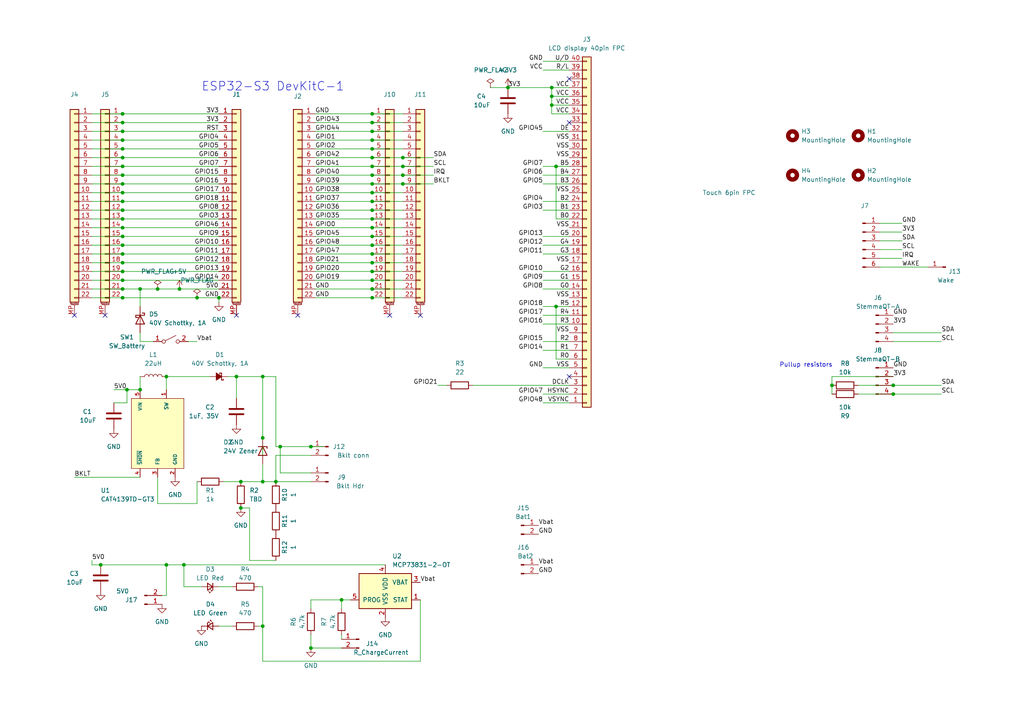
<source format=kicad_sch>
(kicad_sch (version 20211123) (generator eeschema)
  (paper "A4")
  (lib_symbols
    (symbol "Battery_Management:MCP73831-2-OT" (pin_names (offset 1.016))
      (property "Reference" "U" (at -7.62 6.35 0))
      (property "Value" "MCP73831-2-OT" (at 1.27 6.35 0))
      (symbol "MCP73831-2-OT_1_1"
        (pin output line (at 10.16 -2.54 180) (length 2.54) (name "STAT") (number "1"))
        (pin power_in line (at 0 -7.62 90) (length 2.54) (name "VSS") (number "2"))
        (pin power_out line (at 10.16 2.54 180) (length 2.54) (name "VBAT") (number "3"))
        (pin power_in line (at 0 7.62 270) (length 2.54) (name "VDD") (number "4"))
        (pin input line (at -10.16 -2.54 0) (length 2.54) (name "PROG") (number "5"))
      )
    )
    (symbol "Connector:Conn_01x01_Male" (pin_names (offset 1.016) hide)
      (property "Reference" "J" (at 0 2.54 0))
      (property "Value" "Conn_01x01_Male" (at 0 -2.54 0))
      (symbol "Conn_01x01_Male_1_1"
        (pin passive line (at 5.08 0 180) (length 3.81) (name "Pin_1") (number "1"))
      )
    )
    (symbol "Connector:Conn_01x02_Male" (pin_names (offset 1.016) hide)
      (property "Reference" "J" (at 0 2.54 0))
      (property "Value" "Conn_01x02_Male" (at 0 -5.08 0))
      (symbol "Conn_01x02_Male_1_1"
        (pin passive line (at 5.08 0 180) (length 3.81) (name "Pin_1") (number "1"))
        (pin passive line (at 5.08 -2.54 180) (length 3.81) (name "Pin_2") (number "2"))
      )
    )
    (symbol "Connector:Conn_01x04_Male" (pin_names (offset 1.016) hide)
      (property "Reference" "J" (at 0 5.08 0))
      (property "Value" "Conn_01x04_Male" (at 0 -7.62 0))
      (symbol "Conn_01x04_Male_1_1"
        (pin passive line (at 5.08 2.54 180) (length 3.81) (name "Pin_1") (number "1"))
        (pin passive line (at 5.08 0 180) (length 3.81) (name "Pin_2") (number "2"))
        (pin passive line (at 5.08 -2.54 180) (length 3.81) (name "Pin_3") (number "3"))
        (pin passive line (at 5.08 -5.08 180) (length 3.81) (name "Pin_4") (number "4"))
      )
    )
    (symbol "Connector:Conn_01x06_Male" (pin_names (offset 1.016) hide)
      (property "Reference" "J" (at 0 7.62 0))
      (property "Value" "Conn_01x06_Male" (at 0 -10.16 0))
      (symbol "Conn_01x06_Male_1_1"
        (pin passive line (at 5.08 5.08 180) (length 3.81) (name "Pin_1") (number "1"))
        (pin passive line (at 5.08 2.54 180) (length 3.81) (name "Pin_2") (number "2"))
        (pin passive line (at 5.08 0 180) (length 3.81) (name "Pin_3") (number "3"))
        (pin passive line (at 5.08 -2.54 180) (length 3.81) (name "Pin_4") (number "4"))
        (pin passive line (at 5.08 -5.08 180) (length 3.81) (name "Pin_5") (number "5"))
        (pin passive line (at 5.08 -7.62 180) (length 3.81) (name "Pin_6") (number "6"))
      )
    )
    (symbol "Connector_Generic:Conn_01x40" (pin_names (offset 1.016) hide)
      (property "Reference" "J" (at 0 50.8 0))
      (property "Value" "Conn_01x40" (at 0 -53.34 0))
      (symbol "Conn_01x40_1_1"
        (pin passive line (at -5.08 48.26 0) (length 3.81) (name "Pin_1") (number "1"))
        (pin passive line (at -5.08 25.4 0) (length 3.81) (name "Pin_10") (number "10"))
        (pin passive line (at -5.08 22.86 0) (length 3.81) (name "Pin_11") (number "11"))
        (pin passive line (at -5.08 20.32 0) (length 3.81) (name "Pin_12") (number "12"))
        (pin passive line (at -5.08 17.78 0) (length 3.81) (name "Pin_13") (number "13"))
        (pin passive line (at -5.08 15.24 0) (length 3.81) (name "Pin_14") (number "14"))
        (pin passive line (at -5.08 12.7 0) (length 3.81) (name "Pin_15") (number "15"))
        (pin passive line (at -5.08 10.16 0) (length 3.81) (name "Pin_16") (number "16"))
        (pin passive line (at -5.08 7.62 0) (length 3.81) (name "Pin_17") (number "17"))
        (pin passive line (at -5.08 5.08 0) (length 3.81) (name "Pin_18") (number "18"))
        (pin passive line (at -5.08 2.54 0) (length 3.81) (name "Pin_19") (number "19"))
        (pin passive line (at -5.08 45.72 0) (length 3.81) (name "Pin_2") (number "2"))
        (pin passive line (at -5.08 0 0) (length 3.81) (name "Pin_20") (number "20"))
        (pin passive line (at -5.08 -2.54 0) (length 3.81) (name "Pin_21") (number "21"))
        (pin passive line (at -5.08 -5.08 0) (length 3.81) (name "Pin_22") (number "22"))
        (pin passive line (at -5.08 -7.62 0) (length 3.81) (name "Pin_23") (number "23"))
        (pin passive line (at -5.08 -10.16 0) (length 3.81) (name "Pin_24") (number "24"))
        (pin passive line (at -5.08 -12.7 0) (length 3.81) (name "Pin_25") (number "25"))
        (pin passive line (at -5.08 -15.24 0) (length 3.81) (name "Pin_26") (number "26"))
        (pin passive line (at -5.08 -17.78 0) (length 3.81) (name "Pin_27") (number "27"))
        (pin passive line (at -5.08 -20.32 0) (length 3.81) (name "Pin_28") (number "28"))
        (pin passive line (at -5.08 -22.86 0) (length 3.81) (name "Pin_29") (number "29"))
        (pin passive line (at -5.08 43.18 0) (length 3.81) (name "Pin_3") (number "3"))
        (pin passive line (at -5.08 -25.4 0) (length 3.81) (name "Pin_30") (number "30"))
        (pin passive line (at -5.08 -27.94 0) (length 3.81) (name "Pin_31") (number "31"))
        (pin passive line (at -5.08 -30.48 0) (length 3.81) (name "Pin_32") (number "32"))
        (pin passive line (at -5.08 -33.02 0) (length 3.81) (name "Pin_33") (number "33"))
        (pin passive line (at -5.08 -35.56 0) (length 3.81) (name "Pin_34") (number "34"))
        (pin passive line (at -5.08 -38.1 0) (length 3.81) (name "Pin_35") (number "35"))
        (pin passive line (at -5.08 -40.64 0) (length 3.81) (name "Pin_36") (number "36"))
        (pin passive line (at -5.08 -43.18 0) (length 3.81) (name "Pin_37") (number "37"))
        (pin passive line (at -5.08 -45.72 0) (length 3.81) (name "Pin_38") (number "38"))
        (pin passive line (at -5.08 -48.26 0) (length 3.81) (name "Pin_39") (number "39"))
        (pin passive line (at -5.08 40.64 0) (length 3.81) (name "Pin_4") (number "4"))
        (pin passive line (at -5.08 -50.8 0) (length 3.81) (name "Pin_40") (number "40"))
        (pin passive line (at -5.08 38.1 0) (length 3.81) (name "Pin_5") (number "5"))
        (pin passive line (at -5.08 35.56 0) (length 3.81) (name "Pin_6") (number "6"))
        (pin passive line (at -5.08 33.02 0) (length 3.81) (name "Pin_7") (number "7"))
        (pin passive line (at -5.08 30.48 0) (length 3.81) (name "Pin_8") (number "8"))
        (pin passive line (at -5.08 27.94 0) (length 3.81) (name "Pin_9") (number "9"))
      )
    )
    (symbol "Connector_Generic_MountingPin:Conn_01x22_MountingPin" (pin_names (offset 1.016) hide)
      (property "Reference" "J" (at 0 27.94 0))
      (property "Value" "Conn_01x22_MountingPin" (at 1.27 -30.48 0))
      (symbol "Conn_01x22_MountingPin_1_1"
        (text "Mounting" (at 0 -29.591 0) (effects (font (size 0.381 0.381))))
        (pin passive line (at -5.08 25.4 0) (length 3.81) (name "Pin_1") (number "1"))
        (pin passive line (at -5.08 2.54 0) (length 3.81) (name "Pin_10") (number "10"))
        (pin passive line (at -5.08 0 0) (length 3.81) (name "Pin_11") (number "11"))
        (pin passive line (at -5.08 -2.54 0) (length 3.81) (name "Pin_12") (number "12"))
        (pin passive line (at -5.08 -5.08 0) (length 3.81) (name "Pin_13") (number "13"))
        (pin passive line (at -5.08 -7.62 0) (length 3.81) (name "Pin_14") (number "14"))
        (pin passive line (at -5.08 -10.16 0) (length 3.81) (name "Pin_15") (number "15"))
        (pin passive line (at -5.08 -12.7 0) (length 3.81) (name "Pin_16") (number "16"))
        (pin passive line (at -5.08 -15.24 0) (length 3.81) (name "Pin_17") (number "17"))
        (pin passive line (at -5.08 -17.78 0) (length 3.81) (name "Pin_18") (number "18"))
        (pin passive line (at -5.08 -20.32 0) (length 3.81) (name "Pin_19") (number "19"))
        (pin passive line (at -5.08 22.86 0) (length 3.81) (name "Pin_2") (number "2"))
        (pin passive line (at -5.08 -22.86 0) (length 3.81) (name "Pin_20") (number "20"))
        (pin passive line (at -5.08 -25.4 0) (length 3.81) (name "Pin_21") (number "21"))
        (pin passive line (at -5.08 -27.94 0) (length 3.81) (name "Pin_22") (number "22"))
        (pin passive line (at -5.08 20.32 0) (length 3.81) (name "Pin_3") (number "3"))
        (pin passive line (at -5.08 17.78 0) (length 3.81) (name "Pin_4") (number "4"))
        (pin passive line (at -5.08 15.24 0) (length 3.81) (name "Pin_5") (number "5"))
        (pin passive line (at -5.08 12.7 0) (length 3.81) (name "Pin_6") (number "6"))
        (pin passive line (at -5.08 10.16 0) (length 3.81) (name "Pin_7") (number "7"))
        (pin passive line (at -5.08 7.62 0) (length 3.81) (name "Pin_8") (number "8"))
        (pin passive line (at -5.08 5.08 0) (length 3.81) (name "Pin_9") (number "9"))
        (pin passive line (at 0 -33.02 90) (length 3.048) (name "MountPin") (number "MP"))
      )
    )
    (symbol "Device:C" (pin_numbers hide) (pin_names (offset 0.254))
      (property "Reference" "C" (at 0.635 2.54 0))
      (property "Value" "C" (at 0.635 -2.54 0))
      (symbol "C_1_1"
        (pin passive line (at 0 3.81 270) (length 2.794) (name "~") (number "1"))
        (pin passive line (at 0 -3.81 90) (length 2.794) (name "~") (number "2"))
      )
    )
    (symbol "Device:D_Schottky" (pin_numbers hide) (pin_names (offset 1.016) hide)
      (property "Reference" "D" (at 0 2.54 0))
      (property "Value" "D_Schottky" (at 0 -2.54 0))
      (symbol "D_Schottky_1_1"
        (pin passive line (at -3.81 0 0) (length 2.54) (name "K") (number "1"))
        (pin passive line (at 3.81 0 180) (length 2.54) (name "A") (number "2"))
      )
    )
    (symbol "Device:D_Schottky_Small_Filled" (pin_numbers hide) (pin_names (offset 0.254) hide)
      (property "Reference" "D" (at -1.27 2.032 0))
      (property "Value" "D_Schottky_Small_Filled" (at -7.112 -2.032 0))
      (symbol "D_Schottky_Small_Filled_1_1"
        (pin passive line (at -2.54 0 0) (length 1.778) (name "K") (number "1"))
        (pin passive line (at 2.54 0 180) (length 1.778) (name "A") (number "2"))
      )
    )
    (symbol "Device:D_Zener" (pin_numbers hide) (pin_names (offset 1.016) hide)
      (property "Reference" "D" (at 0 2.54 0))
      (property "Value" "D_Zener" (at 0 -2.54 0))
      (symbol "D_Zener_1_1"
        (pin passive line (at -3.81 0 0) (length 2.54) (name "K") (number "1"))
        (pin passive line (at 3.81 0 180) (length 2.54) (name "A") (number "2"))
      )
    )
    (symbol "Device:L" (pin_numbers hide) (pin_names (offset 1.016) hide)
      (property "Reference" "L" (at -1.27 0 90))
      (property "Value" "L" (at 1.905 0 90))
      (symbol "L_1_1"
        (pin passive line (at 0 3.81 270) (length 1.27) (name "1") (number "1"))
        (pin passive line (at 0 -3.81 90) (length 1.27) (name "2") (number "2"))
      )
    )
    (symbol "Device:LED_Small" (pin_numbers hide) (pin_names (offset 0.254) hide)
      (property "Reference" "D" (at -1.27 3.175 0))
      (property "Value" "LED_Small" (at -4.445 -2.54 0))
      (symbol "LED_Small_1_1"
        (pin passive line (at -2.54 0 0) (length 1.778) (name "K") (number "1"))
        (pin passive line (at 2.54 0 180) (length 1.778) (name "A") (number "2"))
      )
    )
    (symbol "Device:R" (pin_numbers hide) (pin_names (offset 0))
      (property "Reference" "R" (at 2.032 0 90))
      (property "Value" "R" (at 0 0 90))
      (symbol "R_1_1"
        (pin passive line (at 0 3.81 270) (length 1.27) (name "~") (number "1"))
        (pin passive line (at 0 -3.81 90) (length 1.27) (name "~") (number "2"))
      )
    )
    (symbol "Mechanical:MountingHole" (pin_names (offset 1.016))
      (property "Reference" "H" (at 0 5.08 0))
      (property "Value" "MountingHole" (at 0 3.175 0))
    )
    (symbol "Regulator_Current:CAT4139TD-GT3" (pin_names (offset 1.016))
      (property "Reference" "U" (at 0 5.08 0))
      (property "Value" "CAT4139TD-GT3" (at 0 7.62 0))
      (symbol "CAT4139TD-GT3_1_1"
        (pin input line (at 2.54 -7.62 0) (length 2.54) (name "SW") (number "1"))
        (pin power_in line (at 27.94 -10.16 180) (length 2.54) (name "GND") (number "2"))
        (pin input line (at 27.94 -5.08 180) (length 2.54) (name "FB") (number "3"))
        (pin input line (at 27.94 0 180) (length 2.54) (name "~{SHDN}") (number "4"))
        (pin power_in line (at 2.54 0 0) (length 2.54) (name "VIN") (number "5"))
      )
    )
    (symbol "Switch:SW_SPST" (pin_names (offset 0) hide)
      (property "Reference" "SW" (at 0 3.175 0))
      (property "Value" "SW_SPST" (at 0 -2.54 0))
      (symbol "SW_SPST_1_1"
        (pin passive line (at -5.08 0 0) (length 2.54) (name "A") (number "1"))
        (pin passive line (at 5.08 0 180) (length 2.54) (name "B") (number "2"))
      )
    )
    (symbol "power:+3V3" (power) (pin_names (offset 0))
      (property "Value" "+3V3" (at 0 3.556 0))
      (symbol "+3V3_1_1"
        (pin power_in line (at 0 0 90) (length 0) hide (name "+3V3") (number "1"))
      )
    )
    (symbol "power:+5V" (power) (pin_names (offset 0))
      (property "Value" "+5V" (at 0 3.556 0))
      (symbol "+5V_1_1"
        (pin power_in line (at 0 0 90) (length 0) hide (name "+5V") (number "1"))
      )
    )
    (symbol "power:GND" (power) (pin_names (offset 0))
      (property "Value" "GND" (at 0 -3.81 0))
      (symbol "GND_1_1"
        (pin power_in line (at 0 0 270) (length 0) hide (name "GND") (number "1"))
      )
    )
    (symbol "power:PWR_FLAG" (power) (pin_numbers hide) (pin_names (offset 0) hide)
      (property "Value" "PWR_FLAG" (at 0 3.81 0))
      (symbol "PWR_FLAG_0_0"
        (pin power_out line (at 0 0 90) (length 0) (name "pwr") (number "1"))
      )
    )
  )
  (junction (at 69.85 139.7))
  (junction (at 68.58 109.22))
  (junction (at 40.64 113.03))
  (junction (at 35.56 43.18))
  (junction (at 35.56 48.26))
  (junction (at 81.28 129.54))
  (junction (at 107.95 38.1))
  (junction (at 69.85 147.32))
  (junction (at 107.95 35.56))
  (junction (at 80.01 139.7))
  (junction (at 35.56 81.28))
  (junction (at 107.95 45.72))
  (junction (at 35.56 53.34))
  (junction (at 160.02 27.94))
  (junction (at 35.56 68.58))
  (junction (at 76.2 127))
  (junction (at 76.2 139.7))
  (junction (at 107.95 81.28))
  (junction (at 107.95 58.42))
  (junction (at 259.08 111.76))
  (junction (at 35.56 45.72))
  (junction (at 48.26 109.22))
  (junction (at 35.56 38.1))
  (junction (at 107.95 83.82))
  (junction (at 35.56 35.56))
  (junction (at 35.56 40.64))
  (junction (at 160.02 25.4))
  (junction (at 35.56 78.74))
  (junction (at 107.95 71.12))
  (junction (at 35.56 55.88))
  (junction (at 35.56 73.66))
  (junction (at 107.95 48.26))
  (junction (at 90.17 129.54))
  (junction (at 76.2 109.22))
  (junction (at 116.84 48.26))
  (junction (at 35.56 63.5))
  (junction (at 116.84 50.8))
  (junction (at 107.95 78.74))
  (junction (at 76.2 181.61))
  (junction (at 107.95 66.04))
  (junction (at 36.83 113.03))
  (junction (at 35.56 86.36))
  (junction (at 90.17 187.96))
  (junction (at 45.72 83.82))
  (junction (at 35.56 71.12))
  (junction (at 107.95 86.36))
  (junction (at 35.56 66.04))
  (junction (at 35.56 83.82))
  (junction (at 35.56 60.96))
  (junction (at 52.07 83.82))
  (junction (at 116.84 45.72))
  (junction (at 57.15 86.36))
  (junction (at 107.95 33.02))
  (junction (at 35.56 50.8))
  (junction (at 35.56 58.42))
  (junction (at 107.95 40.64))
  (junction (at 107.95 63.5))
  (junction (at 107.95 68.58))
  (junction (at 107.95 55.88))
  (junction (at 147.32 25.4))
  (junction (at 107.95 76.2))
  (junction (at 259.08 114.3))
  (junction (at 161.29 88.9))
  (junction (at 48.26 163.83))
  (junction (at 53.34 163.83))
  (junction (at 241.3 111.76))
  (junction (at 63.5 86.36))
  (junction (at 116.84 53.34))
  (junction (at 99.06 173.99))
  (junction (at 35.56 76.2))
  (junction (at 107.95 43.18))
  (junction (at 29.21 163.83))
  (junction (at 161.29 48.26))
  (junction (at 35.56 33.02))
  (junction (at 107.95 60.96))
  (junction (at 160.02 30.48))
  (junction (at 107.95 50.8))
  (junction (at 107.95 53.34))
  (junction (at 40.64 83.82))
  (junction (at 107.95 73.66))
  (no_connect (at 121.92 91.44))
  (no_connect (at 21.59 91.44))
  (no_connect (at 30.48 91.44))
  (no_connect (at 113.03 91.44))
  (no_connect (at 86.36 91.44))
  (no_connect (at 68.58 91.44))
  (no_connect (at 165.1 22.86))
  (no_connect (at 165.1 35.56))
  (no_connect (at 165.1 109.22))
  (wire (pts (xy 35.56 38.1) (xy 63.5 38.1)))
  (wire (pts (xy 80.01 139.7) (xy 76.2 139.7)))
  (wire (pts (xy 157.48 60.96) (xy 165.1 60.96)))
  (wire (pts (xy 116.84 45.72) (xy 125.73 45.72)))
  (wire (pts (xy 157.48 106.68) (xy 165.1 106.68)))
  (wire (pts (xy 137.16 111.76) (xy 165.1 111.76)))
  (wire (pts (xy 116.84 60.96) (xy 107.95 60.96)))
  (wire (pts (xy 26.67 68.58) (xy 35.56 68.58)))
  (wire (pts (xy 80.01 109.22) (xy 76.2 109.22)))
  (wire (pts (xy 99.06 173.99) (xy 99.06 176.53)))
  (wire (pts (xy 116.84 50.8) (xy 125.73 50.8)))
  (wire (pts (xy 157.48 78.74) (xy 165.1 78.74)))
  (wire (pts (xy 35.56 78.74) (xy 63.5 78.74)))
  (wire (pts (xy 35.56 53.34) (xy 63.5 53.34)))
  (wire (pts (xy 99.06 173.99) (xy 90.17 173.99)))
  (wire (pts (xy 255.27 67.31) (xy 261.62 67.31)))
  (wire (pts (xy 53.34 170.18) (xy 58.42 170.18)))
  (wire (pts (xy 91.44 86.36) (xy 107.95 86.36)))
  (wire (pts (xy 107.95 48.26) (xy 116.84 48.26)))
  (wire (pts (xy 35.56 76.2) (xy 63.5 76.2)))
  (wire (pts (xy 80.01 132.08) (xy 80.01 139.7)))
  (wire (pts (xy 107.95 50.8) (xy 116.84 50.8)))
  (wire (pts (xy 255.27 64.77) (xy 261.62 64.77)))
  (wire (pts (xy 35.56 60.96) (xy 63.5 60.96)))
  (wire (pts (xy 45.72 138.43) (xy 45.72 146.05)))
  (wire (pts (xy 76.2 139.7) (xy 69.85 139.7)))
  (wire (pts (xy 48.26 109.22) (xy 48.26 113.03)))
  (wire (pts (xy 259.08 99.06) (xy 273.05 99.06)))
  (wire (pts (xy 63.5 181.61) (xy 67.31 181.61)))
  (wire (pts (xy 161.29 88.9) (xy 161.29 104.14)))
  (wire (pts (xy 53.34 163.83) (xy 111.76 163.83)))
  (wire (pts (xy 160.02 27.94) (xy 160.02 30.48)))
  (wire (pts (xy 63.5 86.36) (xy 63.5 87.63)))
  (wire (pts (xy 157.48 93.98) (xy 165.1 93.98)))
  (wire (pts (xy 35.56 33.02) (xy 63.5 33.02)))
  (wire (pts (xy 26.67 35.56) (xy 35.56 35.56)))
  (wire (pts (xy 40.64 83.82) (xy 45.72 83.82)))
  (wire (pts (xy 91.44 66.04) (xy 107.95 66.04)))
  (wire (pts (xy 116.84 43.18) (xy 107.95 43.18)))
  (wire (pts (xy 40.64 109.22) (xy 40.64 113.03)))
  (wire (pts (xy 160.02 30.48) (xy 160.02 33.02)))
  (wire (pts (xy 80.01 129.54) (xy 81.28 129.54)))
  (wire (pts (xy 48.26 172.72) (xy 48.26 163.83)))
  (wire (pts (xy 76.2 170.18) (xy 76.2 181.61)))
  (wire (pts (xy 90.17 137.16) (xy 81.28 137.16)))
  (wire (pts (xy 142.24 25.4) (xy 147.32 25.4)))
  (wire (pts (xy 157.48 101.6) (xy 165.1 101.6)))
  (wire (pts (xy 248.92 114.3) (xy 259.08 114.3)))
  (wire (pts (xy 91.44 38.1) (xy 107.95 38.1)))
  (wire (pts (xy 157.48 68.58) (xy 165.1 68.58)))
  (wire (pts (xy 53.34 163.83) (xy 53.34 170.18)))
  (wire (pts (xy 80.01 139.7) (xy 90.17 139.7)))
  (wire (pts (xy 81.28 129.54) (xy 90.17 129.54)))
  (wire (pts (xy 26.67 50.8) (xy 35.56 50.8)))
  (wire (pts (xy 57.15 86.36) (xy 63.5 86.36)))
  (wire (pts (xy 64.77 139.7) (xy 69.85 139.7)))
  (wire (pts (xy 40.64 88.9) (xy 40.64 83.82)))
  (wire (pts (xy 91.44 40.64) (xy 107.95 40.64)))
  (wire (pts (xy 26.67 33.02) (xy 35.56 33.02)))
  (wire (pts (xy 35.56 50.8) (xy 63.5 50.8)))
  (wire (pts (xy 76.2 191.77) (xy 76.2 181.61)))
  (wire (pts (xy 160.02 33.02) (xy 165.1 33.02)))
  (wire (pts (xy 33.02 116.84) (xy 36.83 116.84)))
  (wire (pts (xy 90.17 187.96) (xy 99.06 187.96)))
  (wire (pts (xy 116.84 40.64) (xy 107.95 40.64)))
  (wire (pts (xy 157.48 116.84) (xy 165.1 116.84)))
  (wire (pts (xy 116.84 33.02) (xy 107.95 33.02)))
  (wire (pts (xy 45.72 83.82) (xy 52.07 83.82)))
  (wire (pts (xy 116.84 48.26) (xy 125.73 48.26)))
  (wire (pts (xy 26.67 60.96) (xy 35.56 60.96)))
  (wire (pts (xy 91.44 45.72) (xy 107.95 45.72)))
  (wire (pts (xy 99.06 184.15) (xy 99.06 185.42)))
  (wire (pts (xy 161.29 104.14) (xy 165.1 104.14)))
  (wire (pts (xy 72.39 162.56) (xy 72.39 147.32)))
  (wire (pts (xy 26.67 73.66) (xy 35.56 73.66)))
  (wire (pts (xy 54.61 99.06) (xy 57.15 99.06)))
  (wire (pts (xy 80.01 162.56) (xy 72.39 162.56)))
  (wire (pts (xy 90.17 173.99) (xy 90.17 176.53)))
  (wire (pts (xy 35.56 40.64) (xy 63.5 40.64)))
  (wire (pts (xy 157.48 88.9) (xy 161.29 88.9)))
  (wire (pts (xy 259.08 114.3) (xy 273.05 114.3)))
  (wire (pts (xy 157.48 81.28) (xy 165.1 81.28)))
  (wire (pts (xy 26.67 63.5) (xy 35.56 63.5)))
  (wire (pts (xy 116.84 53.34) (xy 125.73 53.34)))
  (wire (pts (xy 36.83 116.84) (xy 36.83 113.03)))
  (wire (pts (xy 107.95 53.34) (xy 116.84 53.34)))
  (wire (pts (xy 35.56 83.82) (xy 40.64 83.82)))
  (wire (pts (xy 52.07 83.82) (xy 63.5 83.82)))
  (wire (pts (xy 157.48 20.32) (xy 165.1 20.32)))
  (wire (pts (xy 91.44 43.18) (xy 107.95 43.18)))
  (wire (pts (xy 26.67 55.88) (xy 35.56 55.88)))
  (wire (pts (xy 76.2 134.62) (xy 76.2 139.7)))
  (wire (pts (xy 26.67 162.56) (xy 26.67 163.83)))
  (wire (pts (xy 91.44 83.82) (xy 107.95 83.82)))
  (wire (pts (xy 116.84 86.36) (xy 107.95 86.36)))
  (wire (pts (xy 116.84 66.04) (xy 107.95 66.04)))
  (wire (pts (xy 157.48 38.1) (xy 165.1 38.1)))
  (wire (pts (xy 76.2 109.22) (xy 68.58 109.22)))
  (wire (pts (xy 116.84 73.66) (xy 107.95 73.66)))
  (wire (pts (xy 48.26 109.22) (xy 60.96 109.22)))
  (wire (pts (xy 127 111.76) (xy 129.54 111.76)))
  (wire (pts (xy 35.56 81.28) (xy 63.5 81.28)))
  (wire (pts (xy 121.92 173.99) (xy 121.92 191.77)))
  (wire (pts (xy 45.72 146.05) (xy 57.15 146.05)))
  (wire (pts (xy 35.56 48.26) (xy 63.5 48.26)))
  (wire (pts (xy 160.02 27.94) (xy 165.1 27.94)))
  (wire (pts (xy 63.5 170.18) (xy 67.31 170.18)))
  (wire (pts (xy 81.28 137.16) (xy 81.28 129.54)))
  (wire (pts (xy 91.44 68.58) (xy 107.95 68.58)))
  (wire (pts (xy 157.48 71.12) (xy 165.1 71.12)))
  (wire (pts (xy 26.67 45.72) (xy 35.56 45.72)))
  (wire (pts (xy 241.3 111.76) (xy 241.3 114.3)))
  (wire (pts (xy 21.59 138.43) (xy 40.64 138.43)))
  (wire (pts (xy 26.67 58.42) (xy 35.56 58.42)))
  (wire (pts (xy 255.27 77.47) (xy 269.24 77.47)))
  (wire (pts (xy 29.21 163.83) (xy 48.26 163.83)))
  (wire (pts (xy 26.67 66.04) (xy 35.56 66.04)))
  (wire (pts (xy 157.48 83.82) (xy 165.1 83.82)))
  (wire (pts (xy 157.48 58.42) (xy 165.1 58.42)))
  (wire (pts (xy 26.67 53.34) (xy 35.56 53.34)))
  (wire (pts (xy 248.92 111.76) (xy 259.08 111.76)))
  (wire (pts (xy 160.02 30.48) (xy 165.1 30.48)))
  (wire (pts (xy 26.67 81.28) (xy 35.56 81.28)))
  (wire (pts (xy 116.84 81.28) (xy 107.95 81.28)))
  (wire (pts (xy 91.44 71.12) (xy 107.95 71.12)))
  (wire (pts (xy 26.67 163.83) (xy 29.21 163.83)))
  (wire (pts (xy 72.39 147.32) (xy 69.85 147.32)))
  (wire (pts (xy 26.67 78.74) (xy 35.56 78.74)))
  (wire (pts (xy 91.44 55.88) (xy 107.95 55.88)))
  (wire (pts (xy 80.01 132.08) (xy 90.17 132.08)))
  (wire (pts (xy 255.27 69.85) (xy 261.62 69.85)))
  (wire (pts (xy 90.17 129.54) (xy 93.98 129.54)))
  (wire (pts (xy 116.84 76.2) (xy 107.95 76.2)))
  (wire (pts (xy 259.08 111.76) (xy 273.05 111.76)))
  (wire (pts (xy 40.64 96.52) (xy 40.64 99.06)))
  (wire (pts (xy 91.44 73.66) (xy 107.95 73.66)))
  (wire (pts (xy 91.44 63.5) (xy 107.95 63.5)))
  (wire (pts (xy 116.84 68.58) (xy 107.95 68.58)))
  (wire (pts (xy 35.56 73.66) (xy 63.5 73.66)))
  (wire (pts (xy 35.56 43.18) (xy 63.5 43.18)))
  (wire (pts (xy 255.27 72.39) (xy 261.62 72.39)))
  (wire (pts (xy 116.84 55.88) (xy 107.95 55.88)))
  (wire (pts (xy 157.48 48.26) (xy 161.29 48.26)))
  (wire (pts (xy 255.27 74.93) (xy 261.62 74.93)))
  (wire (pts (xy 259.08 96.52) (xy 273.05 96.52)))
  (wire (pts (xy 76.2 170.18) (xy 74.93 170.18)))
  (wire (pts (xy 157.48 50.8) (xy 165.1 50.8)))
  (wire (pts (xy 161.29 48.26) (xy 161.29 63.5)))
  (wire (pts (xy 116.84 71.12) (xy 107.95 71.12)))
  (wire (pts (xy 157.48 91.44) (xy 165.1 91.44)))
  (wire (pts (xy 44.45 99.06) (xy 40.64 99.06)))
  (wire (pts (xy 91.44 48.26) (xy 107.95 48.26)))
  (wire (pts (xy 91.44 35.56) (xy 107.95 35.56)))
  (wire (pts (xy 26.67 38.1) (xy 35.56 38.1)))
  (wire (pts (xy 116.84 78.74) (xy 107.95 78.74)))
  (wire (pts (xy 35.56 35.56) (xy 63.5 35.56)))
  (wire (pts (xy 91.44 81.28) (xy 107.95 81.28)))
  (wire (pts (xy 80.01 129.54) (xy 80.01 109.22)))
  (wire (pts (xy 26.67 86.36) (xy 35.56 86.36)))
  (wire (pts (xy 57.15 146.05) (xy 57.15 139.7)))
  (wire (pts (xy 35.56 58.42) (xy 63.5 58.42)))
  (wire (pts (xy 116.84 38.1) (xy 107.95 38.1)))
  (wire (pts (xy 91.44 58.42) (xy 107.95 58.42)))
  (wire (pts (xy 160.02 25.4) (xy 165.1 25.4)))
  (wire (pts (xy 26.67 76.2) (xy 35.56 76.2)))
  (wire (pts (xy 91.44 33.02) (xy 107.95 33.02)))
  (wire (pts (xy 66.04 109.22) (xy 68.58 109.22)))
  (wire (pts (xy 35.56 63.5) (xy 63.5 63.5)))
  (wire (pts (xy 35.56 45.72) (xy 63.5 45.72)))
  (wire (pts (xy 76.2 181.61) (xy 74.93 181.61)))
  (wire (pts (xy 46.99 172.72) (xy 48.26 172.72)))
  (wire (pts (xy 101.6 173.99) (xy 99.06 173.99)))
  (wire (pts (xy 36.83 113.03) (xy 40.64 113.03)))
  (wire (pts (xy 116.84 83.82) (xy 107.95 83.82)))
  (wire (pts (xy 91.44 60.96) (xy 107.95 60.96)))
  (wire (pts (xy 26.67 40.64) (xy 35.56 40.64)))
  (wire (pts (xy 90.17 184.15) (xy 90.17 187.96)))
  (wire (pts (xy 68.58 109.22) (xy 68.58 115.57)))
  (wire (pts (xy 35.56 71.12) (xy 63.5 71.12)))
  (wire (pts (xy 35.56 55.88) (xy 63.5 55.88)))
  (wire (pts (xy 26.67 83.82) (xy 35.56 83.82)))
  (wire (pts (xy 26.67 48.26) (xy 35.56 48.26)))
  (wire (pts (xy 76.2 191.77) (xy 121.92 191.77)))
  (wire (pts (xy 161.29 63.5) (xy 165.1 63.5)))
  (wire (pts (xy 116.84 58.42) (xy 107.95 58.42)))
  (wire (pts (xy 26.67 43.18) (xy 35.56 43.18)))
  (wire (pts (xy 33.02 113.03) (xy 36.83 113.03)))
  (wire (pts (xy 91.44 50.8) (xy 107.95 50.8)))
  (wire (pts (xy 48.26 163.83) (xy 53.34 163.83)))
  (wire (pts (xy 35.56 66.04) (xy 63.5 66.04)))
  (wire (pts (xy 157.48 17.78) (xy 165.1 17.78)))
  (wire (pts (xy 91.44 53.34) (xy 107.95 53.34)))
  (wire (pts (xy 35.56 86.36) (xy 57.15 86.36)))
  (wire (pts (xy 161.29 48.26) (xy 165.1 48.26)))
  (wire (pts (xy 91.44 78.74) (xy 107.95 78.74)))
  (wire (pts (xy 26.67 71.12) (xy 35.56 71.12)))
  (wire (pts (xy 157.48 73.66) (xy 165.1 73.66)))
  (wire (pts (xy 116.84 63.5) (xy 107.95 63.5)))
  (wire (pts (xy 76.2 127) (xy 76.2 132.08)))
  (wire (pts (xy 157.48 99.06) (xy 165.1 99.06)))
  (wire (pts (xy 157.48 53.34) (xy 165.1 53.34)))
  (wire (pts (xy 161.29 88.9) (xy 165.1 88.9)))
  (wire (pts (xy 35.56 68.58) (xy 63.5 68.58)))
  (wire (pts (xy 91.44 76.2) (xy 107.95 76.2)))
  (wire (pts (xy 147.32 25.4) (xy 160.02 25.4)))
  (wire (pts (xy 241.3 109.22) (xy 241.3 111.76)))
  (wire (pts (xy 116.84 35.56) (xy 107.95 35.56)))
  (wire (pts (xy 160.02 25.4) (xy 160.02 27.94)))
  (wire (pts (xy 241.3 109.22) (xy 259.08 109.22)))
  (wire (pts (xy 76.2 109.22) (xy 76.2 127)))
  (wire (pts (xy 157.48 114.3) (xy 165.1 114.3)))
  (wire (pts (xy 107.95 45.72) (xy 116.84 45.72)))
  (text "ESP32-S3 DevKitC-1" (at 58.42 26.67 0) (effects (font (size 2.5 2.5)) (justify left bottom)))
  (text "Pullup resistors\n" (at 226.06 106.68 0) (effects (font (size 1.27 1.27)) (justify left bottom)))
  (label "IRQ" (at 125.73 50.8 0))
  (label "GPIO9" (at 157.48 81.28 180))
  (label "GPIO45" (at 91.44 68.58 0))
  (label "GPIO38" (at 91.44 55.88 0))
  (label "VCC" (at 165.1 25.4 180))
  (label "VSS" (at 165.1 106.68 180))
  (label "GPIO8" (at 157.48 83.82 180))
  (label "B0" (at 165.1 63.5 180))
  (label "SCL" (at 273.05 114.3 0))
  (label "SCL" (at 125.73 48.26 0))
  (label "GPIO8" (at 63.5 60.96 180))
  (label "SDA" (at 261.62 69.85 0))
  (label "GND" (at 259.08 106.68 0))
  (label "R1" (at 165.1 101.6 180))
  (label "GPIO12" (at 63.5 76.2 180))
  (label "GND" (at 156.21 166.37 0))
  (label "VSS" (at 165.1 40.64 180))
  (label "GPIO10" (at 157.48 78.74 180))
  (label "VSS" (at 165.1 55.88 180))
  (label "VSS" (at 165.1 43.18 180))
  (label "GPIO42" (at 91.44 45.72 0))
  (label "GPIO46" (at 63.5 66.04 180))
  (label "3V3" (at 259.08 93.98 0))
  (label "GND" (at 91.44 33.02 0))
  (label "5V0" (at 33.02 113.03 0))
  (label "GPIO36" (at 91.44 60.96 0))
  (label "GPIO43" (at 91.44 35.56 0))
  (label "Vbat" (at 121.92 168.91 0))
  (label "GPIO4" (at 157.48 58.42 180))
  (label "G2" (at 165.1 78.74 180))
  (label "GPIO15" (at 63.5 50.8 180))
  (label "GPIO6" (at 157.48 50.8 180))
  (label "GPIO14" (at 63.5 81.28 180))
  (label "3V3" (at 259.08 109.22 0))
  (label "VCC" (at 165.1 30.48 180))
  (label "R4" (at 165.1 91.44 180))
  (label "GPIO10" (at 63.5 71.12 180))
  (label "3V3" (at 261.62 67.31 0))
  (label "3V3" (at 63.5 35.56 180))
  (label "3V3" (at 63.5 33.02 180))
  (label "GPIO17" (at 63.5 55.88 180))
  (label "GPIO14" (at 157.48 101.6 180))
  (label "GPIO0" (at 91.44 66.04 0))
  (label "GPIO3" (at 157.48 60.96 180))
  (label "SCL" (at 261.62 72.39 0))
  (label "GPIO19" (at 91.44 81.28 0))
  (label "G4" (at 165.1 71.12 180))
  (label "B5" (at 165.1 48.26 180))
  (label "GND" (at 91.44 86.36 0))
  (label "GPIO11" (at 63.5 73.66 180))
  (label "BKLT" (at 125.73 53.34 0))
  (label "VSS" (at 165.1 45.72 180))
  (label "GPIO39" (at 91.44 53.34 0))
  (label "GPIO37" (at 91.44 58.42 0))
  (label "GND" (at 157.48 106.68 180))
  (label "GPIO2" (at 91.44 43.18 0))
  (label "GPIO18" (at 157.48 88.9 180))
  (label "GND" (at 91.44 83.82 0))
  (label "DE" (at 165.1 38.1 180))
  (label "RST" (at 63.5 38.1 180))
  (label "R3" (at 165.1 93.98 180))
  (label "SDA" (at 125.73 45.72 0))
  (label "B4" (at 165.1 50.8 180))
  (label "VSS" (at 165.1 76.2 180))
  (label "SDA" (at 273.05 96.52 0))
  (label "GPIO48" (at 91.44 71.12 0))
  (label "GPIO47" (at 91.44 73.66 0))
  (label "DCLK" (at 165.1 111.76 180))
  (label "GPIO21" (at 91.44 76.2 0))
  (label "GPIO3" (at 63.5 63.5 180))
  (label "GPIO21" (at 127 111.76 180))
  (label "GPIO6" (at 63.5 45.72 180))
  (label "SCL" (at 273.05 99.06 0))
  (label "GPIO16" (at 157.48 93.98 180))
  (label "VCC" (at 165.1 27.94 180))
  (label "GPIO9" (at 63.5 68.58 180))
  (label "IRQ" (at 261.62 74.93 0))
  (label "5V0" (at 26.67 162.56 0))
  (label "G1" (at 165.1 81.28 180))
  (label "VSS" (at 165.1 86.36 180))
  (label "GPIO16" (at 63.5 53.34 180))
  (label "Vbat" (at 156.21 163.83 0))
  (label "GPIO47" (at 157.48 114.3 180))
  (label "B2" (at 165.1 58.42 180))
  (label "VSS" (at 165.1 66.04 180))
  (label "GPIO20" (at 91.44 78.74 0))
  (label "VCC" (at 157.48 20.32 180))
  (label "GPIO40" (at 91.44 50.8 0))
  (label "SDA" (at 273.05 111.76 0))
  (label "WAKE" (at 261.62 77.47 0))
  (label "R0" (at 165.1 104.14 180))
  (label "GPIO13" (at 63.5 78.74 180))
  (label "GPIO1" (at 91.44 40.64 0))
  (label "B1" (at 165.1 60.96 180))
  (label "GPIO11" (at 157.48 73.66 180))
  (label "GPIO13" (at 157.48 68.58 180))
  (label "R{slash}L" (at 165.1 20.32 180))
  (label "GPIO48" (at 157.48 116.84 180))
  (label "GND" (at 63.5 86.36 180))
  (label "GND" (at 157.48 17.78 180))
  (label "GPIO5" (at 63.5 43.18 180))
  (label "GPIO5" (at 157.48 53.34 180))
  (label "GPIO7" (at 63.5 48.26 180))
  (label "3V3" (at 147.32 25.4 0))
  (label "G3" (at 165.1 73.66 180))
  (label "GND" (at 156.21 154.94 0))
  (label "GPIO17" (at 157.48 91.44 180))
  (label "BKLT" (at 21.59 138.43 0))
  (label "GPIO45" (at 157.48 38.1 180))
  (label "Vbat" (at 156.21 152.4 0))
  (label "Vbat" (at 57.15 99.06 0))
  (label "GPIO18" (at 63.5 58.42 180))
  (label "GPIO44" (at 91.44 38.1 0))
  (label "HSYNC" (at 165.1 114.3 180))
  (label "GND" (at 259.08 91.44 0))
  (label "B3" (at 165.1 53.34 180))
  (label "GPIO7" (at 157.48 48.26 180))
  (label "GPIO15" (at 157.48 99.06 180))
  (label "GPIO4" (at 63.5 40.64 180))
  (label "GND" (at 261.62 64.77 0))
  (label "U{slash}D" (at 165.1 17.78 180))
  (label "VSYNC" (at 165.1 116.84 180))
  (label "GPIO12" (at 157.48 71.12 180))
  (label "R5" (at 165.1 88.9 180))
  (label "VCC" (at 165.1 33.02 180))
  (label "R2" (at 165.1 99.06 180))
  (label "VSS" (at 165.1 96.52 180))
  (label "5V0" (at 59.69 83.82 0))
  (label "G0" (at 165.1 83.82 180))
  (label "GPIO35" (at 91.44 63.5 0))
  (label "GPIO41" (at 91.44 48.26 0))
  (label "G5" (at 165.1 68.58 180))
  (symbol (lib_id "power:GND") (at 68.58 123.19 0) (unit 1)
    (property "Reference" "#PWR0106" (effects hide))
    (property "Value" "GND" (at 68.58 128.27 0))
  )
  (symbol (lib_id "power:PWR_FLAG") (at 45.72 83.82 0) (unit 1)
    (property "Reference" "#FLG0101" (effects hide))
    (property "Value" "PWR_FLAG" (at 45.72 78.74 0))
  )
  (symbol (lib_id "power:PWR_FLAG") (at 57.15 86.36 0) (unit 1)
    (property "Reference" "#FLG0103" (effects hide))
    (property "Value" "PWR_FLAG" (at 57.15 81.28 0))
  )
  (symbol (lib_id "power:GND") (at 46.99 175.26 0) (unit 1)
    (property "Reference" "#PWR04" (effects hide))
    (property "Value" "GND" (at 46.99 180.34 0))
  )
  (symbol (lib_id "Regulator_Current:CAT4139TD-GT3") (at 40.64 110.49 90) (mirror x) (unit 1)
    (property "Reference" "U1" (at 29.21 142.24 90) (effects (justify right)))
    (property "Value" "CAT4139TD-GT3" (at 29.21 144.78 90) (effects (justify right)))
    (property "Footprint" "Package_TO_SOT_SMD:TSOT-23-5" (effects hide))
    (property "Datasheet" "http://www.onsemi.com/pub/Collateral/CAT4139-D.PDF" (effects hide))
    (property "ambient temperature range high" "+85°C" (effects hide))
    (property "ambient temperature range low" "-40°C" (effects hide))
    (property "category" "IC" (effects hide))
    (property "device class L1" "Integrated Circuits (ICs)" (effects hide))
    (property "device class L2" "Power Management ICs" (effects hide))
    (property "device class L3" "LED Drivers" (effects hide))
    (property "digikey description" "IC LED DRIVER RGLTR DIM TSOT23-5" (effects hide))
    (property "digikey part number" "CAT4139TD-GT3CT-ND" (effects hide))
    (property "footprint url" "https://www.onsemi.com/pub/Collateral/419AE.PDF" (effects hide))
    (property "height" "1mm" (effects hide))
    (property "ipc land pattern name" "SOT95P280X100-5" (effects hide))
    (property "lead free" "yes" (effects hide))
    (property "library id" "6405b189933eb086" (effects hide))
    (property "manufacturer" "ON Semi" (effects hide))
    (property "max junction temp" "+150°C" (effects hide))
    (property "max supply voltage" "5.5V" (effects hide))
    (property "mouser description" "LED Lighting Drivers High Current Boost White" (effects hide))
    (property "mouser part number" "698-CAT4139TD-G" (effects hide))
    (property "nominal supply current" "0.6mA" (effects hide))
    (property "number of outputs" "1" (effects hide))
    (property "output current" "750mA" (effects hide))
    (property "output voltage" "22V" (effects hide))
    (property "package" "SOT23-5" (effects hide))
    (property "rohs" "yes" (effects hide))
    (property "standoff height" "0.01mm" (effects hide))
    (property "switching frequency" "1MHz" (effects hide))
    (property "switching topology" "Boost" (effects hide))
  )
  (symbol (lib_id "power:GND") (at 58.42 181.61 0) (unit 1)
    (property "Reference" "#PWR01" (effects hide))
    (property "Value" "GND" (at 58.42 186.69 0))
  )
  (symbol (lib_id "Device:R") (at 99.06 180.34 180) (unit 1)
    (property "Reference" "R7" (at 93.98 180.34 90))
    (property "Value" "4.7k" (at 96.52 180.34 90))
    (property "Footprint" "Resistor_SMD:R_0805_2012Metric" (effects hide))
  )
  (symbol (lib_id "Connector:Conn_01x02_Male") (at 151.13 163.83 0) (unit 1)
    (property "Reference" "J16" (at 151.765 158.75 0))
    (property "Value" "Bat2" (at 152.4 161.29 0))
    (property "Footprint" "Connector_PinHeader_2.54mm:PinHeader_1x02_P2.54mm_Vertical" (effects hide))
  )
  (symbol (lib_id "Connector_Generic:Conn_01x40") (at 170.18 68.58 0) (mirror x) (unit 1)
    (property "Reference" "J3" (at 170.18 11.43 0))
    (property "Value" "LCD display 40pin FPC" (at 170.18 13.97 0))
    (property "Footprint" "Connector_FFC-FPC:TE_4-1734839-0_1x40-1MP_P0.5mm_Horizontal" (effects hide))
  )
  (symbol (lib_id "power:GND") (at 147.32 33.02 0) (unit 1)
    (property "Reference" "#PWR0108" (effects hide))
    (property "Value" "GND" (at 147.32 38.1 0))
  )
  (symbol (lib_id "Device:R") (at 69.85 143.51 0) (unit 1)
    (property "Reference" "R2" (at 72.39 142.2399 0) (effects (justify left)))
    (property "Value" "TBD" (at 72.39 144.7799 0) (effects (justify left)))
    (property "Footprint" "Resistor_THT:R_Axial_DIN0414_L11.9mm_D4.5mm_P5.08mm_Vertical" (effects hide))
  )
  (symbol (lib_id "Device:C") (at 29.21 167.64 0) (unit 1)
    (property "Reference" "C3" (at 22.86 166.37 0) (effects (justify right)))
    (property "Value" "10uF" (at 24.13 168.91 0) (effects (justify right)))
    (property "Footprint" "Capacitor_SMD:C_0805_2012Metric" (effects hide))
  )
  (symbol (lib_id "Connector:Conn_01x04_Male") (at 254 109.22 0) (unit 1)
    (property "Reference" "J8" (at 254.635 101.6 0))
    (property "Value" "StemmaQT-B" (at 254.635 104.14 0))
    (property "Footprint" "Connector_JST:JST_SH_SM04B-SRSS-TB_1x04-1MP_P1.00mm_Horizontal" (effects hide))
  )
  (symbol (lib_id "Connector_Generic_MountingPin:Conn_01x22_MountingPin") (at 121.92 58.42 0) (unit 1)
    (property "Reference" "J11" (at 121.92 26.67 0) (effects (justify top)))
    (property "Value" "Conn_01x22_MountingPin" (effects hide))
    (property "Footprint" "Connector_PinHeader_2.54mm:PinHeader_1x22_P2.54mm_Vertical" (effects hide))
  )
  (symbol (lib_id "Connector:Conn_01x04_Male") (at 254 93.98 0) (unit 1)
    (property "Reference" "J6" (at 254.635 86.36 0))
    (property "Value" "StemmaQT-A" (at 254.635 88.9 0))
    (property "Footprint" "Connector_JST:JST_SH_SM04B-SRSS-TB_1x04-1MP_P1.00mm_Horizontal" (effects hide))
  )
  (symbol (lib_id "Connector_Generic_MountingPin:Conn_01x22_MountingPin") (at 113.03 58.42 0) (unit 1)
    (property "Reference" "J10" (at 113.03 26.67 0) (effects (justify top)))
    (property "Value" "Conn_01x22_MountingPin" (effects hide))
    (property "Footprint" "Connector_PinHeader_2.54mm:PinHeader_1x22_P2.54mm_Vertical" (effects hide))
  )
  (symbol (lib_id "Device:R") (at 80.01 151.13 180) (unit 1)
    (property "Reference" "R11" (at 82.55 151.13 90))
    (property "Value" "1" (at 85.09 151.13 90))
    (property "Footprint" "Resistor_SMD:R_0805_2012Metric" (effects hide))
  )
  (symbol (lib_id "Connector_Generic_MountingPin:Conn_01x22_MountingPin") (at 86.36 58.42 0) (mirror y) (unit 1)
    (property "Reference" "J2" (at 86.36 27.94 0))
    (property "Value" "Conn_01x22_MountingPin" (effects hide))
    (property "Footprint" "Connector_PinHeader_2.54mm:PinHeader_1x22_P2.54mm_Vertical" (effects hide))
  )
  (symbol (lib_id "Connector:Conn_01x02_Male") (at 151.13 152.4 0) (unit 1)
    (property "Reference" "J15" (at 151.765 147.32 0))
    (property "Value" "Bat1" (at 151.765 149.86 0))
    (property "Footprint" "Connector_PinHeader_2.54mm:PinHeader_1x02_P2.54mm_Vertical" (effects hide))
  )
  (symbol (lib_id "power:GND") (at 63.5 87.63 0) (unit 1)
    (property "Reference" "#PWR0101" (effects hide))
    (property "Value" "GND" (at 63.5 92.71 0))
  )
  (symbol (lib_id "Connector:Conn_01x02_Male") (at 95.25 137.16 0) (mirror y) (unit 1)
    (property "Reference" "J9" (at 99.06 138.43 0))
    (property "Value" "Bklt Hdr" (at 101.6 140.97 0))
    (property "Footprint" "Connector_PinHeader_2.54mm:PinHeader_1x02_P2.54mm_Vertical" (effects hide))
  )
  (symbol (lib_id "Device:R") (at 90.17 180.34 180) (unit 1)
    (property "Reference" "R6" (at 85.09 180.34 90))
    (property "Value" "4.7k" (at 87.63 180.34 90))
    (property "Footprint" "Resistor_SMD:R_0805_2012Metric" (effects hide))
  )
  (symbol (lib_id "Connector_Generic_MountingPin:Conn_01x22_MountingPin") (at 21.59 58.42 0) (mirror y) (unit 1)
    (property "Reference" "J4" (at 21.59 26.67 0) (effects (justify top)))
    (property "Value" "Conn_01x22_MountingPin" (effects hide))
    (property "Footprint" "Connector_PinHeader_2.54mm:PinHeader_1x22_P2.54mm_Vertical" (effects hide))
  )
  (symbol (lib_id "Device:LED_Small") (at 60.96 170.18 180) (unit 1)
    (property "Reference" "D3" (at 60.96 165.1 0))
    (property "Value" "LED Red" (at 60.96 167.64 0))
    (property "Footprint" "LED_SMD:LED_0603_1608Metric" (effects hide))
  )
  (symbol (lib_id "Connector:Conn_01x06_Male") (at 250.19 69.85 0) (unit 1)
    (property "Reference" "J7" (at 250.825 59.69 0))
    (property "Value" "Touch 6pin FPC" (at 211.455 55.88 0))
    (property "Footprint" "Connector_FFC-FPC:Molex_200528-0060_1x06-1MP_P1.00mm_Horizontal" (effects hide))
  )
  (symbol (lib_id "Device:C") (at 147.32 29.21 0) (unit 1)
    (property "Reference" "C4" (at 140.97 27.94 0) (effects (justify right)))
    (property "Value" "10uF" (at 142.24 30.48 0) (effects (justify right)))
    (property "Footprint" "Capacitor_SMD:C_0805_2012Metric" (effects hide))
  )
  (symbol (lib_id "Mechanical:MountingHole") (at 248.92 39.37 0) (unit 1)
    (property "Reference" "H1" (at 251.46 38.0999 0) (effects (justify left)))
    (property "Value" "MountingHole" (at 251.46 40.6399 0) (effects (justify left)))
    (property "Footprint" "MountingHole:MountingHole_3mm_Pad" (effects hide))
  )
  (symbol (lib_id "power:GND") (at 50.8 138.43 0) (unit 1)
    (property "Reference" "#PWR0104" (effects hide))
    (property "Value" "GND" (at 50.8 143.51 0))
  )
  (symbol (lib_id "Connector:Conn_01x02_Male") (at 95.25 129.54 0) (mirror y) (unit 1)
    (property "Reference" "J12" (at 96.52 129.5399 0) (effects (justify right)))
    (property "Value" "Bklt conn" (at 97.79 132.08 0) (effects (justify right)))
    (property "Footprint" "Connector_Molex:Molex_PicoBlade_53398-0271_1x02-1MP_P1.25mm_Vertical" (effects hide))
  )
  (symbol (lib_id "power:GND") (at 111.76 179.07 0) (unit 1)
    (property "Reference" "#PWR03" (effects hide))
    (property "Value" "GND" (at 111.76 184.15 0))
  )
  (symbol (lib_id "power:PWR_FLAG") (at 142.24 25.4 0) (unit 1)
    (property "Reference" "#FLG0102" (effects hide))
    (property "Value" "PWR_FLAG" (at 142.24 20.32 0))
  )
  (symbol (lib_id "Device:R") (at 60.96 139.7 90) (unit 1)
    (property "Reference" "R1" (at 60.96 142.24 90))
    (property "Value" "1k" (at 60.96 144.78 90))
    (property "Footprint" "Resistor_SMD:R_0805_2012Metric" (effects hide))
  )
  (symbol (lib_id "Device:R") (at 80.01 143.51 180) (unit 1)
    (property "Reference" "R10" (at 82.55 143.51 90))
    (property "Value" "1" (at 85.09 143.51 90))
    (property "Footprint" "Resistor_SMD:R_0805_2012Metric" (effects hide))
  )
  (symbol (lib_id "Connector_Generic_MountingPin:Conn_01x22_MountingPin") (at 30.48 58.42 0) (mirror y) (unit 1)
    (property "Reference" "J5" (at 30.48 26.67 0) (effects (justify top)))
    (property "Value" "Conn_01x22_MountingPin" (effects hide))
    (property "Footprint" "Connector_PinHeader_2.54mm:PinHeader_1x22_P2.54mm_Vertical" (effects hide))
  )
  (symbol (lib_id "Battery_Management:MCP73831-2-OT") (at 111.76 171.45 0) (unit 1)
    (property "Reference" "U2" (at 113.7794 161.29 0) (effects (justify left)))
    (property "Value" "MCP73831-2-OT" (at 113.7794 163.83 0) (effects (justify left)))
    (property "Footprint" "Package_TO_SOT_SMD:SOT-23-5" (effects hide))
    (property "Datasheet" "http://ww1.microchip.com/downloads/en/DeviceDoc/20001984g.pdf" (effects hide))
  )
  (symbol (lib_id "Device:R") (at 80.01 158.75 180) (unit 1)
    (property "Reference" "R12" (at 82.55 158.75 90))
    (property "Value" "1" (at 85.09 158.75 90))
    (property "Footprint" "Resistor_SMD:R_0805_2012Metric" (effects hide))
  )
  (symbol (lib_id "power:+5V") (at 52.07 83.82 0) (unit 1)
    (property "Reference" "#PWR0102" (effects hide))
    (property "Value" "+5V" (at 52.07 78.74 0))
  )
  (symbol (lib_id "power:GND") (at 33.02 124.46 0) (unit 1)
    (property "Reference" "#PWR0105" (effects hide))
    (property "Value" "GND" (at 33.02 129.54 0))
  )
  (symbol (lib_id "Connector:Conn_01x02_Male") (at 41.91 175.26 0) (mirror x) (unit 1)
    (property "Reference" "J17" (at 38.1 173.99 0))
    (property "Value" "5V0" (at 35.56 171.45 0))
    (property "Footprint" "Connector_PinHeader_2.54mm:PinHeader_1x02_P2.54mm_Vertical" (effects hide))
  )
  (symbol (lib_id "Connector:Conn_01x02_Male") (at 104.14 185.42 0) (mirror y) (unit 1)
    (property "Reference" "J14" (at 107.95 186.69 0))
    (property "Value" "R_ChargeCurrent" (at 110.49 189.23 0))
    (property "Footprint" "Connector_PinHeader_2.54mm:PinHeader_1x02_P2.54mm_Vertical" (effects hide))
  )
  (symbol (lib_id "Device:C") (at 33.02 120.65 0) (unit 1)
    (property "Reference" "C1" (at 26.67 119.38 0) (effects (justify right)))
    (property "Value" "10uF" (at 27.94 121.92 0) (effects (justify right)))
    (property "Footprint" "Capacitor_SMD:C_0805_2012Metric" (effects hide))
  )
  (symbol (lib_id "Connector_Generic_MountingPin:Conn_01x22_MountingPin") (at 68.58 58.42 0) (unit 1)
    (property "Reference" "J1" (at 68.58 26.67 0) (effects (justify top)))
    (property "Value" "Conn_01x22_MountingPin" (effects hide))
    (property "Footprint" "Connector_PinHeader_2.54mm:PinHeader_1x22_P2.54mm_Vertical" (effects hide))
  )
  (symbol (lib_id "Mechanical:MountingHole") (at 229.87 39.37 0) (unit 1)
    (property "Reference" "H3" (at 232.41 38.0999 0) (effects (justify left)))
    (property "Value" "MountingHole" (at 232.41 40.6399 0) (effects (justify left)))
    (property "Footprint" "MountingHole:MountingHole_3mm_Pad" (effects hide))
  )
  (symbol (lib_id "power:GND") (at 29.21 171.45 0) (unit 1)
    (property "Reference" "#PWR05" (effects hide))
    (property "Value" "GND" (at 29.21 176.53 0))
  )
  (symbol (lib_id "power:+3V3") (at 147.32 25.4 0) (unit 1)
    (property "Reference" "#PWR0103" (effects hide))
    (property "Value" "+3V3" (at 147.32 20.32 0))
  )
  (symbol (lib_id "power:GND") (at 90.17 187.96 0) (unit 1)
    (property "Reference" "#PWR02" (effects hide))
    (property "Value" "GND" (at 90.17 193.04 0))
  )
  (symbol (lib_id "Device:R") (at 245.11 111.76 90) (unit 1)
    (property "Reference" "R8" (at 245.11 105.41 90))
    (property "Value" "10k" (at 245.11 107.95 90))
    (property "Footprint" "Resistor_SMD:R_0805_2012Metric" (effects hide))
  )
  (symbol (lib_id "Mechanical:MountingHole") (at 229.87 50.8 0) (unit 1)
    (property "Reference" "H4" (at 232.41 49.5299 0) (effects (justify left)))
    (property "Value" "MountingHole" (at 232.41 52.0699 0) (effects (justify left)))
    (property "Footprint" "MountingHole:MountingHole_3mm_Pad_Via" (effects hide))
  )
  (symbol (lib_id "Device:R") (at 71.12 170.18 90) (unit 1)
    (property "Reference" "R4" (at 71.12 165.1 90))
    (property "Value" "470" (at 71.12 167.64 90))
    (property "Footprint" "Resistor_SMD:R_0805_2012Metric" (effects hide))
  )
  (symbol (lib_id "Connector:Conn_01x01_Male") (at 274.32 77.47 0) (mirror y) (unit 1)
    (property "Reference" "J13" (at 276.86 78.74 0))
    (property "Value" "Wake" (at 274.32 81.28 0))
    (property "Footprint" "Connector_PinHeader_2.54mm:PinHeader_1x01_P2.54mm_Vertical" (effects hide))
  )
  (symbol (lib_id "Device:D_Schottky") (at 40.64 92.71 270) (unit 1)
    (property "Reference" "D5" (at 43.18 91.1224 90) (effects (justify left)))
    (property "Value" "40V Schottky, 1A" (at 43.18 93.6624 90) (effects (justify left)))
    (property "Footprint" "Diode_SMD:D_SOD-323F" (effects hide))
  )
  (symbol (lib_id "Device:R") (at 245.11 114.3 270) (unit 1)
    (property "Reference" "R9" (at 245.11 120.65 90))
    (property "Value" "10k" (at 245.11 118.11 90))
    (property "Footprint" "Resistor_SMD:R_0805_2012Metric" (effects hide))
  )
  (symbol (lib_id "Device:LED_Small") (at 60.96 181.61 0) (unit 1)
    (property "Reference" "D4" (at 61.0235 175.26 0))
    (property "Value" "LED Green" (at 61.0235 177.8 0))
    (property "Footprint" "LED_SMD:LED_0805_2012Metric" (effects hide))
  )
  (symbol (lib_id "Device:R") (at 71.12 181.61 90) (unit 1)
    (property "Reference" "R5" (at 71.12 175.26 90))
    (property "Value" "470" (at 71.12 177.8 90))
    (property "Footprint" "Resistor_SMD:R_0805_2012Metric" (effects hide))
  )
  (symbol (lib_id "Device:D_Schottky_Small_Filled") (at 63.5 109.22 180) (unit 1)
    (property "Reference" "D1" (at 63.754 102.87 0))
    (property "Value" "40V Schottky, 1A" (at 63.754 105.41 0))
    (property "Footprint" "Diode_SMD:D_SOD-323F" (effects hide))
  )
  (symbol (lib_id "Device:D_Zener") (at 76.2 130.81 270) (unit 1)
    (property "Reference" "D2" (at 64.77 128.27 90) (effects (justify left)))
    (property "Value" "24V Zener" (at 64.77 130.81 90) (effects (justify left)))
    (property "Footprint" "Diode_SMD:D_2114_3652Metric" (effects hide))
  )
  (symbol (lib_id "Device:R") (at 133.35 111.76 90) (unit 1)
    (property "Reference" "R3" (at 133.35 105.41 90))
    (property "Value" "22" (at 133.35 107.95 90))
    (property "Footprint" "Resistor_SMD:R_0805_2012Metric" (effects hide))
  )
  (symbol (lib_id "Device:L") (at 44.45 109.22 90) (unit 1)
    (property "Reference" "L1" (at 44.45 102.87 90))
    (property "Value" "22uH" (at 44.45 105.41 90))
    (property "Footprint" "Inductor_SMD:L_Bourns-SRN6028" (effects hide))
  )
  (symbol (lib_id "Mechanical:MountingHole") (at 248.92 50.8 0) (unit 1)
    (property "Reference" "H2" (at 251.46 49.5299 0) (effects (justify left)))
    (property "Value" "MountingHole" (at 251.46 52.0699 0) (effects (justify left)))
    (property "Footprint" "MountingHole:MountingHole_3mm_Pad_Via" (effects hide))
  )
  (symbol (lib_id "Device:C") (at 68.58 119.38 0) (unit 1)
    (property "Reference" "C2" (at 62.23 118.11 0) (effects (justify right)))
    (property "Value" "1uF, 35V" (at 63.5 120.65 0) (effects (justify right)))
    (property "Footprint" "Capacitor_SMD:C_0805_2012Metric" (effects hide))
  )
  (symbol (lib_id "power:GND") (at 69.85 147.32 0) (unit 1)
    (property "Reference" "#PWR0107" (effects hide))
    (property "Value" "GND" (at 69.85 152.4 0))
  )
  (symbol (lib_id "Switch:SW_SPST") (at 49.53 99.06 0) (unit 1)
    (property "Reference" "SW1" (at 36.83 97.79 0))
    (property "Value" "SW_Battery" (at 36.83 100.33 0))
    (property "Footprint" "Button_Switch_THT:SW_DIP_SPSTx01_Slide_9.78x4.72mm_W7.62mm_P2.54mm" (effects hide))
  )
)
</source>
